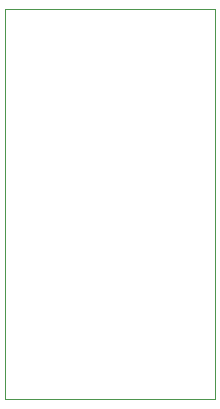
<source format=gbp>
G75*
%MOIN*%
%OFA0B0*%
%FSLAX24Y24*%
%IPPOS*%
%LPD*%
%AMOC8*
5,1,8,0,0,1.08239X$1,22.5*
%
%ADD10C,0.0000*%
D10*
X000125Y000125D02*
X000125Y013121D01*
X007120Y013121D01*
X007120Y000125D01*
X000125Y000125D01*
M02*

</source>
